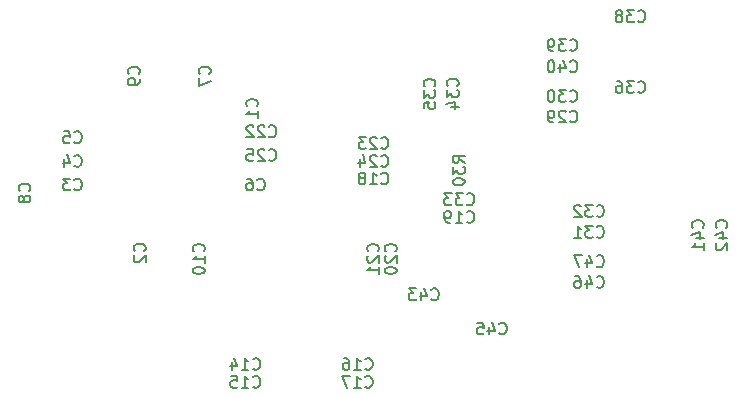
<source format=gbo>
G04 #@! TF.GenerationSoftware,KiCad,Pcbnew,5.0.0-rc3-6a2723a~65~ubuntu18.04.1*
G04 #@! TF.CreationDate,2018-07-21T07:19:33+00:00*
G04 #@! TF.ProjectId,glasgow,676C6173676F772E6B696361645F7063,rev?*
G04 #@! TF.SameCoordinates,Original*
G04 #@! TF.FileFunction,Legend,Bot*
G04 #@! TF.FilePolarity,Positive*
%FSLAX46Y46*%
G04 Gerber Fmt 4.6, Leading zero omitted, Abs format (unit mm)*
G04 Created by KiCad (PCBNEW 5.0.0-rc3-6a2723a~65~ubuntu18.04.1) date Sat Jul 21 07:19:33 2018*
%MOMM*%
%LPD*%
G01*
G04 APERTURE LIST*
%ADD10C,0.150000*%
G04 APERTURE END LIST*
G04 #@! TO.C,C8*
D10*
X57357142Y-97758333D02*
X57404761Y-97710714D01*
X57452380Y-97567857D01*
X57452380Y-97472619D01*
X57404761Y-97329761D01*
X57309523Y-97234523D01*
X57214285Y-97186904D01*
X57023809Y-97139285D01*
X56880952Y-97139285D01*
X56690476Y-97186904D01*
X56595238Y-97234523D01*
X56500000Y-97329761D01*
X56452380Y-97472619D01*
X56452380Y-97567857D01*
X56500000Y-97710714D01*
X56547619Y-97758333D01*
X56880952Y-98329761D02*
X56833333Y-98234523D01*
X56785714Y-98186904D01*
X56690476Y-98139285D01*
X56642857Y-98139285D01*
X56547619Y-98186904D01*
X56500000Y-98234523D01*
X56452380Y-98329761D01*
X56452380Y-98520238D01*
X56500000Y-98615476D01*
X56547619Y-98663095D01*
X56642857Y-98710714D01*
X56690476Y-98710714D01*
X56785714Y-98663095D01*
X56833333Y-98615476D01*
X56880952Y-98520238D01*
X56880952Y-98329761D01*
X56928571Y-98234523D01*
X56976190Y-98186904D01*
X57071428Y-98139285D01*
X57261904Y-98139285D01*
X57357142Y-98186904D01*
X57404761Y-98234523D01*
X57452380Y-98329761D01*
X57452380Y-98520238D01*
X57404761Y-98615476D01*
X57357142Y-98663095D01*
X57261904Y-98710714D01*
X57071428Y-98710714D01*
X56976190Y-98663095D01*
X56928571Y-98615476D01*
X56880952Y-98520238D01*
G04 #@! TO.C,C30*
X103142857Y-90107142D02*
X103190476Y-90154761D01*
X103333333Y-90202380D01*
X103428571Y-90202380D01*
X103571428Y-90154761D01*
X103666666Y-90059523D01*
X103714285Y-89964285D01*
X103761904Y-89773809D01*
X103761904Y-89630952D01*
X103714285Y-89440476D01*
X103666666Y-89345238D01*
X103571428Y-89250000D01*
X103428571Y-89202380D01*
X103333333Y-89202380D01*
X103190476Y-89250000D01*
X103142857Y-89297619D01*
X102809523Y-89202380D02*
X102190476Y-89202380D01*
X102523809Y-89583333D01*
X102380952Y-89583333D01*
X102285714Y-89630952D01*
X102238095Y-89678571D01*
X102190476Y-89773809D01*
X102190476Y-90011904D01*
X102238095Y-90107142D01*
X102285714Y-90154761D01*
X102380952Y-90202380D01*
X102666666Y-90202380D01*
X102761904Y-90154761D01*
X102809523Y-90107142D01*
X101571428Y-89202380D02*
X101476190Y-89202380D01*
X101380952Y-89250000D01*
X101333333Y-89297619D01*
X101285714Y-89392857D01*
X101238095Y-89583333D01*
X101238095Y-89821428D01*
X101285714Y-90011904D01*
X101333333Y-90107142D01*
X101380952Y-90154761D01*
X101476190Y-90202380D01*
X101571428Y-90202380D01*
X101666666Y-90154761D01*
X101714285Y-90107142D01*
X101761904Y-90011904D01*
X101809523Y-89821428D01*
X101809523Y-89583333D01*
X101761904Y-89392857D01*
X101714285Y-89297619D01*
X101666666Y-89250000D01*
X101571428Y-89202380D01*
G04 #@! TO.C,R30*
X94202380Y-95357142D02*
X93726190Y-95023809D01*
X94202380Y-94785714D02*
X93202380Y-94785714D01*
X93202380Y-95166666D01*
X93250000Y-95261904D01*
X93297619Y-95309523D01*
X93392857Y-95357142D01*
X93535714Y-95357142D01*
X93630952Y-95309523D01*
X93678571Y-95261904D01*
X93726190Y-95166666D01*
X93726190Y-94785714D01*
X93202380Y-95690476D02*
X93202380Y-96309523D01*
X93583333Y-95976190D01*
X93583333Y-96119047D01*
X93630952Y-96214285D01*
X93678571Y-96261904D01*
X93773809Y-96309523D01*
X94011904Y-96309523D01*
X94107142Y-96261904D01*
X94154761Y-96214285D01*
X94202380Y-96119047D01*
X94202380Y-95833333D01*
X94154761Y-95738095D01*
X94107142Y-95690476D01*
X93202380Y-96928571D02*
X93202380Y-97023809D01*
X93250000Y-97119047D01*
X93297619Y-97166666D01*
X93392857Y-97214285D01*
X93583333Y-97261904D01*
X93821428Y-97261904D01*
X94011904Y-97214285D01*
X94107142Y-97166666D01*
X94154761Y-97119047D01*
X94202380Y-97023809D01*
X94202380Y-96928571D01*
X94154761Y-96833333D01*
X94107142Y-96785714D01*
X94011904Y-96738095D01*
X93821428Y-96690476D01*
X93583333Y-96690476D01*
X93392857Y-96738095D01*
X93297619Y-96785714D01*
X93250000Y-96833333D01*
X93202380Y-96928571D01*
G04 #@! TO.C,C34*
X93607142Y-88857142D02*
X93654761Y-88809523D01*
X93702380Y-88666666D01*
X93702380Y-88571428D01*
X93654761Y-88428571D01*
X93559523Y-88333333D01*
X93464285Y-88285714D01*
X93273809Y-88238095D01*
X93130952Y-88238095D01*
X92940476Y-88285714D01*
X92845238Y-88333333D01*
X92750000Y-88428571D01*
X92702380Y-88571428D01*
X92702380Y-88666666D01*
X92750000Y-88809523D01*
X92797619Y-88857142D01*
X92702380Y-89190476D02*
X92702380Y-89809523D01*
X93083333Y-89476190D01*
X93083333Y-89619047D01*
X93130952Y-89714285D01*
X93178571Y-89761904D01*
X93273809Y-89809523D01*
X93511904Y-89809523D01*
X93607142Y-89761904D01*
X93654761Y-89714285D01*
X93702380Y-89619047D01*
X93702380Y-89333333D01*
X93654761Y-89238095D01*
X93607142Y-89190476D01*
X93035714Y-90666666D02*
X93702380Y-90666666D01*
X92654761Y-90428571D02*
X93369047Y-90190476D01*
X93369047Y-90809523D01*
G04 #@! TO.C,C35*
X91644268Y-88888144D02*
X91691887Y-88840525D01*
X91739506Y-88697668D01*
X91739506Y-88602430D01*
X91691887Y-88459573D01*
X91596649Y-88364335D01*
X91501411Y-88316716D01*
X91310935Y-88269097D01*
X91168078Y-88269097D01*
X90977602Y-88316716D01*
X90882364Y-88364335D01*
X90787126Y-88459573D01*
X90739506Y-88602430D01*
X90739506Y-88697668D01*
X90787126Y-88840525D01*
X90834745Y-88888144D01*
X90739506Y-89221478D02*
X90739506Y-89840525D01*
X91120459Y-89507192D01*
X91120459Y-89650049D01*
X91168078Y-89745287D01*
X91215697Y-89792906D01*
X91310935Y-89840525D01*
X91549030Y-89840525D01*
X91644268Y-89792906D01*
X91691887Y-89745287D01*
X91739506Y-89650049D01*
X91739506Y-89364335D01*
X91691887Y-89269097D01*
X91644268Y-89221478D01*
X90739506Y-90745287D02*
X90739506Y-90269097D01*
X91215697Y-90221478D01*
X91168078Y-90269097D01*
X91120459Y-90364335D01*
X91120459Y-90602430D01*
X91168078Y-90697668D01*
X91215697Y-90745287D01*
X91310935Y-90792906D01*
X91549030Y-90792906D01*
X91644268Y-90745287D01*
X91691887Y-90697668D01*
X91739506Y-90602430D01*
X91739506Y-90364335D01*
X91691887Y-90269097D01*
X91644268Y-90221478D01*
G04 #@! TO.C,C36*
X108892857Y-89357142D02*
X108940476Y-89404761D01*
X109083333Y-89452380D01*
X109178571Y-89452380D01*
X109321428Y-89404761D01*
X109416666Y-89309523D01*
X109464285Y-89214285D01*
X109511904Y-89023809D01*
X109511904Y-88880952D01*
X109464285Y-88690476D01*
X109416666Y-88595238D01*
X109321428Y-88500000D01*
X109178571Y-88452380D01*
X109083333Y-88452380D01*
X108940476Y-88500000D01*
X108892857Y-88547619D01*
X108559523Y-88452380D02*
X107940476Y-88452380D01*
X108273809Y-88833333D01*
X108130952Y-88833333D01*
X108035714Y-88880952D01*
X107988095Y-88928571D01*
X107940476Y-89023809D01*
X107940476Y-89261904D01*
X107988095Y-89357142D01*
X108035714Y-89404761D01*
X108130952Y-89452380D01*
X108416666Y-89452380D01*
X108511904Y-89404761D01*
X108559523Y-89357142D01*
X107083333Y-88452380D02*
X107273809Y-88452380D01*
X107369047Y-88500000D01*
X107416666Y-88547619D01*
X107511904Y-88690476D01*
X107559523Y-88880952D01*
X107559523Y-89261904D01*
X107511904Y-89357142D01*
X107464285Y-89404761D01*
X107369047Y-89452380D01*
X107178571Y-89452380D01*
X107083333Y-89404761D01*
X107035714Y-89357142D01*
X106988095Y-89261904D01*
X106988095Y-89023809D01*
X107035714Y-88928571D01*
X107083333Y-88880952D01*
X107178571Y-88833333D01*
X107369047Y-88833333D01*
X107464285Y-88880952D01*
X107511904Y-88928571D01*
X107559523Y-89023809D01*
G04 #@! TO.C,C38*
X108892857Y-83357142D02*
X108940476Y-83404761D01*
X109083333Y-83452380D01*
X109178571Y-83452380D01*
X109321428Y-83404761D01*
X109416666Y-83309523D01*
X109464285Y-83214285D01*
X109511904Y-83023809D01*
X109511904Y-82880952D01*
X109464285Y-82690476D01*
X109416666Y-82595238D01*
X109321428Y-82500000D01*
X109178571Y-82452380D01*
X109083333Y-82452380D01*
X108940476Y-82500000D01*
X108892857Y-82547619D01*
X108559523Y-82452380D02*
X107940476Y-82452380D01*
X108273809Y-82833333D01*
X108130952Y-82833333D01*
X108035714Y-82880952D01*
X107988095Y-82928571D01*
X107940476Y-83023809D01*
X107940476Y-83261904D01*
X107988095Y-83357142D01*
X108035714Y-83404761D01*
X108130952Y-83452380D01*
X108416666Y-83452380D01*
X108511904Y-83404761D01*
X108559523Y-83357142D01*
X107369047Y-82880952D02*
X107464285Y-82833333D01*
X107511904Y-82785714D01*
X107559523Y-82690476D01*
X107559523Y-82642857D01*
X107511904Y-82547619D01*
X107464285Y-82500000D01*
X107369047Y-82452380D01*
X107178571Y-82452380D01*
X107083333Y-82500000D01*
X107035714Y-82547619D01*
X106988095Y-82642857D01*
X106988095Y-82690476D01*
X107035714Y-82785714D01*
X107083333Y-82833333D01*
X107178571Y-82880952D01*
X107369047Y-82880952D01*
X107464285Y-82928571D01*
X107511904Y-82976190D01*
X107559523Y-83071428D01*
X107559523Y-83261904D01*
X107511904Y-83357142D01*
X107464285Y-83404761D01*
X107369047Y-83452380D01*
X107178571Y-83452380D01*
X107083333Y-83404761D01*
X107035714Y-83357142D01*
X106988095Y-83261904D01*
X106988095Y-83071428D01*
X107035714Y-82976190D01*
X107083333Y-82928571D01*
X107178571Y-82880952D01*
G04 #@! TO.C,C47*
X105392857Y-104107142D02*
X105440476Y-104154761D01*
X105583333Y-104202380D01*
X105678571Y-104202380D01*
X105821428Y-104154761D01*
X105916666Y-104059523D01*
X105964285Y-103964285D01*
X106011904Y-103773809D01*
X106011904Y-103630952D01*
X105964285Y-103440476D01*
X105916666Y-103345238D01*
X105821428Y-103250000D01*
X105678571Y-103202380D01*
X105583333Y-103202380D01*
X105440476Y-103250000D01*
X105392857Y-103297619D01*
X104535714Y-103535714D02*
X104535714Y-104202380D01*
X104773809Y-103154761D02*
X105011904Y-103869047D01*
X104392857Y-103869047D01*
X104107142Y-103202380D02*
X103440476Y-103202380D01*
X103869047Y-104202380D01*
G04 #@! TO.C,C46*
X105392857Y-105857142D02*
X105440476Y-105904761D01*
X105583333Y-105952380D01*
X105678571Y-105952380D01*
X105821428Y-105904761D01*
X105916666Y-105809523D01*
X105964285Y-105714285D01*
X106011904Y-105523809D01*
X106011904Y-105380952D01*
X105964285Y-105190476D01*
X105916666Y-105095238D01*
X105821428Y-105000000D01*
X105678571Y-104952380D01*
X105583333Y-104952380D01*
X105440476Y-105000000D01*
X105392857Y-105047619D01*
X104535714Y-105285714D02*
X104535714Y-105952380D01*
X104773809Y-104904761D02*
X105011904Y-105619047D01*
X104392857Y-105619047D01*
X103583333Y-104952380D02*
X103773809Y-104952380D01*
X103869047Y-105000000D01*
X103916666Y-105047619D01*
X104011904Y-105190476D01*
X104059523Y-105380952D01*
X104059523Y-105761904D01*
X104011904Y-105857142D01*
X103964285Y-105904761D01*
X103869047Y-105952380D01*
X103678571Y-105952380D01*
X103583333Y-105904761D01*
X103535714Y-105857142D01*
X103488095Y-105761904D01*
X103488095Y-105523809D01*
X103535714Y-105428571D01*
X103583333Y-105380952D01*
X103678571Y-105333333D01*
X103869047Y-105333333D01*
X103964285Y-105380952D01*
X104011904Y-105428571D01*
X104059523Y-105523809D01*
G04 #@! TO.C,C45*
X97142857Y-109807142D02*
X97190476Y-109854761D01*
X97333333Y-109902380D01*
X97428571Y-109902380D01*
X97571428Y-109854761D01*
X97666666Y-109759523D01*
X97714285Y-109664285D01*
X97761904Y-109473809D01*
X97761904Y-109330952D01*
X97714285Y-109140476D01*
X97666666Y-109045238D01*
X97571428Y-108950000D01*
X97428571Y-108902380D01*
X97333333Y-108902380D01*
X97190476Y-108950000D01*
X97142857Y-108997619D01*
X96285714Y-109235714D02*
X96285714Y-109902380D01*
X96523809Y-108854761D02*
X96761904Y-109569047D01*
X96142857Y-109569047D01*
X95285714Y-108902380D02*
X95761904Y-108902380D01*
X95809523Y-109378571D01*
X95761904Y-109330952D01*
X95666666Y-109283333D01*
X95428571Y-109283333D01*
X95333333Y-109330952D01*
X95285714Y-109378571D01*
X95238095Y-109473809D01*
X95238095Y-109711904D01*
X95285714Y-109807142D01*
X95333333Y-109854761D01*
X95428571Y-109902380D01*
X95666666Y-109902380D01*
X95761904Y-109854761D01*
X95809523Y-109807142D01*
G04 #@! TO.C,C43*
X91392857Y-106907142D02*
X91440476Y-106954761D01*
X91583333Y-107002380D01*
X91678571Y-107002380D01*
X91821428Y-106954761D01*
X91916666Y-106859523D01*
X91964285Y-106764285D01*
X92011904Y-106573809D01*
X92011904Y-106430952D01*
X91964285Y-106240476D01*
X91916666Y-106145238D01*
X91821428Y-106050000D01*
X91678571Y-106002380D01*
X91583333Y-106002380D01*
X91440476Y-106050000D01*
X91392857Y-106097619D01*
X90535714Y-106335714D02*
X90535714Y-107002380D01*
X90773809Y-105954761D02*
X91011904Y-106669047D01*
X90392857Y-106669047D01*
X90107142Y-106002380D02*
X89488095Y-106002380D01*
X89821428Y-106383333D01*
X89678571Y-106383333D01*
X89583333Y-106430952D01*
X89535714Y-106478571D01*
X89488095Y-106573809D01*
X89488095Y-106811904D01*
X89535714Y-106907142D01*
X89583333Y-106954761D01*
X89678571Y-107002380D01*
X89964285Y-107002380D01*
X90059523Y-106954761D01*
X90107142Y-106907142D01*
G04 #@! TO.C,C42*
X116357142Y-100857142D02*
X116404761Y-100809523D01*
X116452380Y-100666666D01*
X116452380Y-100571428D01*
X116404761Y-100428571D01*
X116309523Y-100333333D01*
X116214285Y-100285714D01*
X116023809Y-100238095D01*
X115880952Y-100238095D01*
X115690476Y-100285714D01*
X115595238Y-100333333D01*
X115500000Y-100428571D01*
X115452380Y-100571428D01*
X115452380Y-100666666D01*
X115500000Y-100809523D01*
X115547619Y-100857142D01*
X115785714Y-101714285D02*
X116452380Y-101714285D01*
X115404761Y-101476190D02*
X116119047Y-101238095D01*
X116119047Y-101857142D01*
X115547619Y-102190476D02*
X115500000Y-102238095D01*
X115452380Y-102333333D01*
X115452380Y-102571428D01*
X115500000Y-102666666D01*
X115547619Y-102714285D01*
X115642857Y-102761904D01*
X115738095Y-102761904D01*
X115880952Y-102714285D01*
X116452380Y-102142857D01*
X116452380Y-102761904D01*
G04 #@! TO.C,C41*
X114357142Y-100857142D02*
X114404761Y-100809523D01*
X114452380Y-100666666D01*
X114452380Y-100571428D01*
X114404761Y-100428571D01*
X114309523Y-100333333D01*
X114214285Y-100285714D01*
X114023809Y-100238095D01*
X113880952Y-100238095D01*
X113690476Y-100285714D01*
X113595238Y-100333333D01*
X113500000Y-100428571D01*
X113452380Y-100571428D01*
X113452380Y-100666666D01*
X113500000Y-100809523D01*
X113547619Y-100857142D01*
X113785714Y-101714285D02*
X114452380Y-101714285D01*
X113404761Y-101476190D02*
X114119047Y-101238095D01*
X114119047Y-101857142D01*
X114452380Y-102761904D02*
X114452380Y-102190476D01*
X114452380Y-102476190D02*
X113452380Y-102476190D01*
X113595238Y-102380952D01*
X113690476Y-102285714D01*
X113738095Y-102190476D01*
G04 #@! TO.C,C40*
X103142857Y-87607142D02*
X103190476Y-87654761D01*
X103333333Y-87702380D01*
X103428571Y-87702380D01*
X103571428Y-87654761D01*
X103666666Y-87559523D01*
X103714285Y-87464285D01*
X103761904Y-87273809D01*
X103761904Y-87130952D01*
X103714285Y-86940476D01*
X103666666Y-86845238D01*
X103571428Y-86750000D01*
X103428571Y-86702380D01*
X103333333Y-86702380D01*
X103190476Y-86750000D01*
X103142857Y-86797619D01*
X102285714Y-87035714D02*
X102285714Y-87702380D01*
X102523809Y-86654761D02*
X102761904Y-87369047D01*
X102142857Y-87369047D01*
X101571428Y-86702380D02*
X101476190Y-86702380D01*
X101380952Y-86750000D01*
X101333333Y-86797619D01*
X101285714Y-86892857D01*
X101238095Y-87083333D01*
X101238095Y-87321428D01*
X101285714Y-87511904D01*
X101333333Y-87607142D01*
X101380952Y-87654761D01*
X101476190Y-87702380D01*
X101571428Y-87702380D01*
X101666666Y-87654761D01*
X101714285Y-87607142D01*
X101761904Y-87511904D01*
X101809523Y-87321428D01*
X101809523Y-87083333D01*
X101761904Y-86892857D01*
X101714285Y-86797619D01*
X101666666Y-86750000D01*
X101571428Y-86702380D01*
G04 #@! TO.C,C39*
X103142857Y-85807142D02*
X103190476Y-85854761D01*
X103333333Y-85902380D01*
X103428571Y-85902380D01*
X103571428Y-85854761D01*
X103666666Y-85759523D01*
X103714285Y-85664285D01*
X103761904Y-85473809D01*
X103761904Y-85330952D01*
X103714285Y-85140476D01*
X103666666Y-85045238D01*
X103571428Y-84950000D01*
X103428571Y-84902380D01*
X103333333Y-84902380D01*
X103190476Y-84950000D01*
X103142857Y-84997619D01*
X102809523Y-84902380D02*
X102190476Y-84902380D01*
X102523809Y-85283333D01*
X102380952Y-85283333D01*
X102285714Y-85330952D01*
X102238095Y-85378571D01*
X102190476Y-85473809D01*
X102190476Y-85711904D01*
X102238095Y-85807142D01*
X102285714Y-85854761D01*
X102380952Y-85902380D01*
X102666666Y-85902380D01*
X102761904Y-85854761D01*
X102809523Y-85807142D01*
X101714285Y-85902380D02*
X101523809Y-85902380D01*
X101428571Y-85854761D01*
X101380952Y-85807142D01*
X101285714Y-85664285D01*
X101238095Y-85473809D01*
X101238095Y-85092857D01*
X101285714Y-84997619D01*
X101333333Y-84950000D01*
X101428571Y-84902380D01*
X101619047Y-84902380D01*
X101714285Y-84950000D01*
X101761904Y-84997619D01*
X101809523Y-85092857D01*
X101809523Y-85330952D01*
X101761904Y-85426190D01*
X101714285Y-85473809D01*
X101619047Y-85521428D01*
X101428571Y-85521428D01*
X101333333Y-85473809D01*
X101285714Y-85426190D01*
X101238095Y-85330952D01*
G04 #@! TO.C,C33*
X94392857Y-98857142D02*
X94440476Y-98904761D01*
X94583333Y-98952380D01*
X94678571Y-98952380D01*
X94821428Y-98904761D01*
X94916666Y-98809523D01*
X94964285Y-98714285D01*
X95011904Y-98523809D01*
X95011904Y-98380952D01*
X94964285Y-98190476D01*
X94916666Y-98095238D01*
X94821428Y-98000000D01*
X94678571Y-97952380D01*
X94583333Y-97952380D01*
X94440476Y-98000000D01*
X94392857Y-98047619D01*
X94059523Y-97952380D02*
X93440476Y-97952380D01*
X93773809Y-98333333D01*
X93630952Y-98333333D01*
X93535714Y-98380952D01*
X93488095Y-98428571D01*
X93440476Y-98523809D01*
X93440476Y-98761904D01*
X93488095Y-98857142D01*
X93535714Y-98904761D01*
X93630952Y-98952380D01*
X93916666Y-98952380D01*
X94011904Y-98904761D01*
X94059523Y-98857142D01*
X93107142Y-97952380D02*
X92488095Y-97952380D01*
X92821428Y-98333333D01*
X92678571Y-98333333D01*
X92583333Y-98380952D01*
X92535714Y-98428571D01*
X92488095Y-98523809D01*
X92488095Y-98761904D01*
X92535714Y-98857142D01*
X92583333Y-98904761D01*
X92678571Y-98952380D01*
X92964285Y-98952380D01*
X93059523Y-98904761D01*
X93107142Y-98857142D01*
G04 #@! TO.C,C31*
X105392857Y-101607142D02*
X105440476Y-101654761D01*
X105583333Y-101702380D01*
X105678571Y-101702380D01*
X105821428Y-101654761D01*
X105916666Y-101559523D01*
X105964285Y-101464285D01*
X106011904Y-101273809D01*
X106011904Y-101130952D01*
X105964285Y-100940476D01*
X105916666Y-100845238D01*
X105821428Y-100750000D01*
X105678571Y-100702380D01*
X105583333Y-100702380D01*
X105440476Y-100750000D01*
X105392857Y-100797619D01*
X105059523Y-100702380D02*
X104440476Y-100702380D01*
X104773809Y-101083333D01*
X104630952Y-101083333D01*
X104535714Y-101130952D01*
X104488095Y-101178571D01*
X104440476Y-101273809D01*
X104440476Y-101511904D01*
X104488095Y-101607142D01*
X104535714Y-101654761D01*
X104630952Y-101702380D01*
X104916666Y-101702380D01*
X105011904Y-101654761D01*
X105059523Y-101607142D01*
X103488095Y-101702380D02*
X104059523Y-101702380D01*
X103773809Y-101702380D02*
X103773809Y-100702380D01*
X103869047Y-100845238D01*
X103964285Y-100940476D01*
X104059523Y-100988095D01*
G04 #@! TO.C,C32*
X105392857Y-99857142D02*
X105440476Y-99904761D01*
X105583333Y-99952380D01*
X105678571Y-99952380D01*
X105821428Y-99904761D01*
X105916666Y-99809523D01*
X105964285Y-99714285D01*
X106011904Y-99523809D01*
X106011904Y-99380952D01*
X105964285Y-99190476D01*
X105916666Y-99095238D01*
X105821428Y-99000000D01*
X105678571Y-98952380D01*
X105583333Y-98952380D01*
X105440476Y-99000000D01*
X105392857Y-99047619D01*
X105059523Y-98952380D02*
X104440476Y-98952380D01*
X104773809Y-99333333D01*
X104630952Y-99333333D01*
X104535714Y-99380952D01*
X104488095Y-99428571D01*
X104440476Y-99523809D01*
X104440476Y-99761904D01*
X104488095Y-99857142D01*
X104535714Y-99904761D01*
X104630952Y-99952380D01*
X104916666Y-99952380D01*
X105011904Y-99904761D01*
X105059523Y-99857142D01*
X104059523Y-99047619D02*
X104011904Y-99000000D01*
X103916666Y-98952380D01*
X103678571Y-98952380D01*
X103583333Y-99000000D01*
X103535714Y-99047619D01*
X103488095Y-99142857D01*
X103488095Y-99238095D01*
X103535714Y-99380952D01*
X104107142Y-99952380D01*
X103488095Y-99952380D01*
G04 #@! TO.C,C29*
X103142857Y-91857142D02*
X103190476Y-91904761D01*
X103333333Y-91952380D01*
X103428571Y-91952380D01*
X103571428Y-91904761D01*
X103666666Y-91809523D01*
X103714285Y-91714285D01*
X103761904Y-91523809D01*
X103761904Y-91380952D01*
X103714285Y-91190476D01*
X103666666Y-91095238D01*
X103571428Y-91000000D01*
X103428571Y-90952380D01*
X103333333Y-90952380D01*
X103190476Y-91000000D01*
X103142857Y-91047619D01*
X102761904Y-91047619D02*
X102714285Y-91000000D01*
X102619047Y-90952380D01*
X102380952Y-90952380D01*
X102285714Y-91000000D01*
X102238095Y-91047619D01*
X102190476Y-91142857D01*
X102190476Y-91238095D01*
X102238095Y-91380952D01*
X102809523Y-91952380D01*
X102190476Y-91952380D01*
X101714285Y-91952380D02*
X101523809Y-91952380D01*
X101428571Y-91904761D01*
X101380952Y-91857142D01*
X101285714Y-91714285D01*
X101238095Y-91523809D01*
X101238095Y-91142857D01*
X101285714Y-91047619D01*
X101333333Y-91000000D01*
X101428571Y-90952380D01*
X101619047Y-90952380D01*
X101714285Y-91000000D01*
X101761904Y-91047619D01*
X101809523Y-91142857D01*
X101809523Y-91380952D01*
X101761904Y-91476190D01*
X101714285Y-91523809D01*
X101619047Y-91571428D01*
X101428571Y-91571428D01*
X101333333Y-91523809D01*
X101285714Y-91476190D01*
X101238095Y-91380952D01*
G04 #@! TO.C,C22*
X77642857Y-93107142D02*
X77690476Y-93154761D01*
X77833333Y-93202380D01*
X77928571Y-93202380D01*
X78071428Y-93154761D01*
X78166666Y-93059523D01*
X78214285Y-92964285D01*
X78261904Y-92773809D01*
X78261904Y-92630952D01*
X78214285Y-92440476D01*
X78166666Y-92345238D01*
X78071428Y-92250000D01*
X77928571Y-92202380D01*
X77833333Y-92202380D01*
X77690476Y-92250000D01*
X77642857Y-92297619D01*
X77261904Y-92297619D02*
X77214285Y-92250000D01*
X77119047Y-92202380D01*
X76880952Y-92202380D01*
X76785714Y-92250000D01*
X76738095Y-92297619D01*
X76690476Y-92392857D01*
X76690476Y-92488095D01*
X76738095Y-92630952D01*
X77309523Y-93202380D01*
X76690476Y-93202380D01*
X76309523Y-92297619D02*
X76261904Y-92250000D01*
X76166666Y-92202380D01*
X75928571Y-92202380D01*
X75833333Y-92250000D01*
X75785714Y-92297619D01*
X75738095Y-92392857D01*
X75738095Y-92488095D01*
X75785714Y-92630952D01*
X76357142Y-93202380D01*
X75738095Y-93202380D01*
G04 #@! TO.C,C25*
X77642857Y-95107142D02*
X77690476Y-95154761D01*
X77833333Y-95202380D01*
X77928571Y-95202380D01*
X78071428Y-95154761D01*
X78166666Y-95059523D01*
X78214285Y-94964285D01*
X78261904Y-94773809D01*
X78261904Y-94630952D01*
X78214285Y-94440476D01*
X78166666Y-94345238D01*
X78071428Y-94250000D01*
X77928571Y-94202380D01*
X77833333Y-94202380D01*
X77690476Y-94250000D01*
X77642857Y-94297619D01*
X77261904Y-94297619D02*
X77214285Y-94250000D01*
X77119047Y-94202380D01*
X76880952Y-94202380D01*
X76785714Y-94250000D01*
X76738095Y-94297619D01*
X76690476Y-94392857D01*
X76690476Y-94488095D01*
X76738095Y-94630952D01*
X77309523Y-95202380D01*
X76690476Y-95202380D01*
X75785714Y-94202380D02*
X76261904Y-94202380D01*
X76309523Y-94678571D01*
X76261904Y-94630952D01*
X76166666Y-94583333D01*
X75928571Y-94583333D01*
X75833333Y-94630952D01*
X75785714Y-94678571D01*
X75738095Y-94773809D01*
X75738095Y-95011904D01*
X75785714Y-95107142D01*
X75833333Y-95154761D01*
X75928571Y-95202380D01*
X76166666Y-95202380D01*
X76261904Y-95154761D01*
X76309523Y-95107142D01*
G04 #@! TO.C,C24*
X87142857Y-95607142D02*
X87190476Y-95654761D01*
X87333333Y-95702380D01*
X87428571Y-95702380D01*
X87571428Y-95654761D01*
X87666666Y-95559523D01*
X87714285Y-95464285D01*
X87761904Y-95273809D01*
X87761904Y-95130952D01*
X87714285Y-94940476D01*
X87666666Y-94845238D01*
X87571428Y-94750000D01*
X87428571Y-94702380D01*
X87333333Y-94702380D01*
X87190476Y-94750000D01*
X87142857Y-94797619D01*
X86761904Y-94797619D02*
X86714285Y-94750000D01*
X86619047Y-94702380D01*
X86380952Y-94702380D01*
X86285714Y-94750000D01*
X86238095Y-94797619D01*
X86190476Y-94892857D01*
X86190476Y-94988095D01*
X86238095Y-95130952D01*
X86809523Y-95702380D01*
X86190476Y-95702380D01*
X85333333Y-95035714D02*
X85333333Y-95702380D01*
X85571428Y-94654761D02*
X85809523Y-95369047D01*
X85190476Y-95369047D01*
G04 #@! TO.C,C23*
X87142857Y-94107142D02*
X87190476Y-94154761D01*
X87333333Y-94202380D01*
X87428571Y-94202380D01*
X87571428Y-94154761D01*
X87666666Y-94059523D01*
X87714285Y-93964285D01*
X87761904Y-93773809D01*
X87761904Y-93630952D01*
X87714285Y-93440476D01*
X87666666Y-93345238D01*
X87571428Y-93250000D01*
X87428571Y-93202380D01*
X87333333Y-93202380D01*
X87190476Y-93250000D01*
X87142857Y-93297619D01*
X86761904Y-93297619D02*
X86714285Y-93250000D01*
X86619047Y-93202380D01*
X86380952Y-93202380D01*
X86285714Y-93250000D01*
X86238095Y-93297619D01*
X86190476Y-93392857D01*
X86190476Y-93488095D01*
X86238095Y-93630952D01*
X86809523Y-94202380D01*
X86190476Y-94202380D01*
X85857142Y-93202380D02*
X85238095Y-93202380D01*
X85571428Y-93583333D01*
X85428571Y-93583333D01*
X85333333Y-93630952D01*
X85285714Y-93678571D01*
X85238095Y-93773809D01*
X85238095Y-94011904D01*
X85285714Y-94107142D01*
X85333333Y-94154761D01*
X85428571Y-94202380D01*
X85714285Y-94202380D01*
X85809523Y-94154761D01*
X85857142Y-94107142D01*
G04 #@! TO.C,C19*
X94392857Y-100357142D02*
X94440476Y-100404761D01*
X94583333Y-100452380D01*
X94678571Y-100452380D01*
X94821428Y-100404761D01*
X94916666Y-100309523D01*
X94964285Y-100214285D01*
X95011904Y-100023809D01*
X95011904Y-99880952D01*
X94964285Y-99690476D01*
X94916666Y-99595238D01*
X94821428Y-99500000D01*
X94678571Y-99452380D01*
X94583333Y-99452380D01*
X94440476Y-99500000D01*
X94392857Y-99547619D01*
X93440476Y-100452380D02*
X94011904Y-100452380D01*
X93726190Y-100452380D02*
X93726190Y-99452380D01*
X93821428Y-99595238D01*
X93916666Y-99690476D01*
X94011904Y-99738095D01*
X92964285Y-100452380D02*
X92773809Y-100452380D01*
X92678571Y-100404761D01*
X92630952Y-100357142D01*
X92535714Y-100214285D01*
X92488095Y-100023809D01*
X92488095Y-99642857D01*
X92535714Y-99547619D01*
X92583333Y-99500000D01*
X92678571Y-99452380D01*
X92869047Y-99452380D01*
X92964285Y-99500000D01*
X93011904Y-99547619D01*
X93059523Y-99642857D01*
X93059523Y-99880952D01*
X93011904Y-99976190D01*
X92964285Y-100023809D01*
X92869047Y-100071428D01*
X92678571Y-100071428D01*
X92583333Y-100023809D01*
X92535714Y-99976190D01*
X92488095Y-99880952D01*
G04 #@! TO.C,C20*
X88357142Y-102857142D02*
X88404761Y-102809523D01*
X88452380Y-102666666D01*
X88452380Y-102571428D01*
X88404761Y-102428571D01*
X88309523Y-102333333D01*
X88214285Y-102285714D01*
X88023809Y-102238095D01*
X87880952Y-102238095D01*
X87690476Y-102285714D01*
X87595238Y-102333333D01*
X87500000Y-102428571D01*
X87452380Y-102571428D01*
X87452380Y-102666666D01*
X87500000Y-102809523D01*
X87547619Y-102857142D01*
X87547619Y-103238095D02*
X87500000Y-103285714D01*
X87452380Y-103380952D01*
X87452380Y-103619047D01*
X87500000Y-103714285D01*
X87547619Y-103761904D01*
X87642857Y-103809523D01*
X87738095Y-103809523D01*
X87880952Y-103761904D01*
X88452380Y-103190476D01*
X88452380Y-103809523D01*
X87452380Y-104428571D02*
X87452380Y-104523809D01*
X87500000Y-104619047D01*
X87547619Y-104666666D01*
X87642857Y-104714285D01*
X87833333Y-104761904D01*
X88071428Y-104761904D01*
X88261904Y-104714285D01*
X88357142Y-104666666D01*
X88404761Y-104619047D01*
X88452380Y-104523809D01*
X88452380Y-104428571D01*
X88404761Y-104333333D01*
X88357142Y-104285714D01*
X88261904Y-104238095D01*
X88071428Y-104190476D01*
X87833333Y-104190476D01*
X87642857Y-104238095D01*
X87547619Y-104285714D01*
X87500000Y-104333333D01*
X87452380Y-104428571D01*
G04 #@! TO.C,C21*
X86857142Y-102857142D02*
X86904761Y-102809523D01*
X86952380Y-102666666D01*
X86952380Y-102571428D01*
X86904761Y-102428571D01*
X86809523Y-102333333D01*
X86714285Y-102285714D01*
X86523809Y-102238095D01*
X86380952Y-102238095D01*
X86190476Y-102285714D01*
X86095238Y-102333333D01*
X86000000Y-102428571D01*
X85952380Y-102571428D01*
X85952380Y-102666666D01*
X86000000Y-102809523D01*
X86047619Y-102857142D01*
X86047619Y-103238095D02*
X86000000Y-103285714D01*
X85952380Y-103380952D01*
X85952380Y-103619047D01*
X86000000Y-103714285D01*
X86047619Y-103761904D01*
X86142857Y-103809523D01*
X86238095Y-103809523D01*
X86380952Y-103761904D01*
X86952380Y-103190476D01*
X86952380Y-103809523D01*
X86952380Y-104761904D02*
X86952380Y-104190476D01*
X86952380Y-104476190D02*
X85952380Y-104476190D01*
X86095238Y-104380952D01*
X86190476Y-104285714D01*
X86238095Y-104190476D01*
G04 #@! TO.C,C16*
X85792857Y-112807142D02*
X85840476Y-112854761D01*
X85983333Y-112902380D01*
X86078571Y-112902380D01*
X86221428Y-112854761D01*
X86316666Y-112759523D01*
X86364285Y-112664285D01*
X86411904Y-112473809D01*
X86411904Y-112330952D01*
X86364285Y-112140476D01*
X86316666Y-112045238D01*
X86221428Y-111950000D01*
X86078571Y-111902380D01*
X85983333Y-111902380D01*
X85840476Y-111950000D01*
X85792857Y-111997619D01*
X84840476Y-112902380D02*
X85411904Y-112902380D01*
X85126190Y-112902380D02*
X85126190Y-111902380D01*
X85221428Y-112045238D01*
X85316666Y-112140476D01*
X85411904Y-112188095D01*
X83983333Y-111902380D02*
X84173809Y-111902380D01*
X84269047Y-111950000D01*
X84316666Y-111997619D01*
X84411904Y-112140476D01*
X84459523Y-112330952D01*
X84459523Y-112711904D01*
X84411904Y-112807142D01*
X84364285Y-112854761D01*
X84269047Y-112902380D01*
X84078571Y-112902380D01*
X83983333Y-112854761D01*
X83935714Y-112807142D01*
X83888095Y-112711904D01*
X83888095Y-112473809D01*
X83935714Y-112378571D01*
X83983333Y-112330952D01*
X84078571Y-112283333D01*
X84269047Y-112283333D01*
X84364285Y-112330952D01*
X84411904Y-112378571D01*
X84459523Y-112473809D01*
G04 #@! TO.C,C18*
X87142857Y-97107142D02*
X87190476Y-97154761D01*
X87333333Y-97202380D01*
X87428571Y-97202380D01*
X87571428Y-97154761D01*
X87666666Y-97059523D01*
X87714285Y-96964285D01*
X87761904Y-96773809D01*
X87761904Y-96630952D01*
X87714285Y-96440476D01*
X87666666Y-96345238D01*
X87571428Y-96250000D01*
X87428571Y-96202380D01*
X87333333Y-96202380D01*
X87190476Y-96250000D01*
X87142857Y-96297619D01*
X86190476Y-97202380D02*
X86761904Y-97202380D01*
X86476190Y-97202380D02*
X86476190Y-96202380D01*
X86571428Y-96345238D01*
X86666666Y-96440476D01*
X86761904Y-96488095D01*
X85619047Y-96630952D02*
X85714285Y-96583333D01*
X85761904Y-96535714D01*
X85809523Y-96440476D01*
X85809523Y-96392857D01*
X85761904Y-96297619D01*
X85714285Y-96250000D01*
X85619047Y-96202380D01*
X85428571Y-96202380D01*
X85333333Y-96250000D01*
X85285714Y-96297619D01*
X85238095Y-96392857D01*
X85238095Y-96440476D01*
X85285714Y-96535714D01*
X85333333Y-96583333D01*
X85428571Y-96630952D01*
X85619047Y-96630952D01*
X85714285Y-96678571D01*
X85761904Y-96726190D01*
X85809523Y-96821428D01*
X85809523Y-97011904D01*
X85761904Y-97107142D01*
X85714285Y-97154761D01*
X85619047Y-97202380D01*
X85428571Y-97202380D01*
X85333333Y-97154761D01*
X85285714Y-97107142D01*
X85238095Y-97011904D01*
X85238095Y-96821428D01*
X85285714Y-96726190D01*
X85333333Y-96678571D01*
X85428571Y-96630952D01*
G04 #@! TO.C,C17*
X85792857Y-114307142D02*
X85840476Y-114354761D01*
X85983333Y-114402380D01*
X86078571Y-114402380D01*
X86221428Y-114354761D01*
X86316666Y-114259523D01*
X86364285Y-114164285D01*
X86411904Y-113973809D01*
X86411904Y-113830952D01*
X86364285Y-113640476D01*
X86316666Y-113545238D01*
X86221428Y-113450000D01*
X86078571Y-113402380D01*
X85983333Y-113402380D01*
X85840476Y-113450000D01*
X85792857Y-113497619D01*
X84840476Y-114402380D02*
X85411904Y-114402380D01*
X85126190Y-114402380D02*
X85126190Y-113402380D01*
X85221428Y-113545238D01*
X85316666Y-113640476D01*
X85411904Y-113688095D01*
X84507142Y-113402380D02*
X83840476Y-113402380D01*
X84269047Y-114402380D01*
G04 #@! TO.C,C1*
X76607142Y-90583333D02*
X76654761Y-90535714D01*
X76702380Y-90392857D01*
X76702380Y-90297619D01*
X76654761Y-90154761D01*
X76559523Y-90059523D01*
X76464285Y-90011904D01*
X76273809Y-89964285D01*
X76130952Y-89964285D01*
X75940476Y-90011904D01*
X75845238Y-90059523D01*
X75750000Y-90154761D01*
X75702380Y-90297619D01*
X75702380Y-90392857D01*
X75750000Y-90535714D01*
X75797619Y-90583333D01*
X76702380Y-91535714D02*
X76702380Y-90964285D01*
X76702380Y-91250000D02*
X75702380Y-91250000D01*
X75845238Y-91154761D01*
X75940476Y-91059523D01*
X75988095Y-90964285D01*
G04 #@! TO.C,C15*
X76292857Y-114307142D02*
X76340476Y-114354761D01*
X76483333Y-114402380D01*
X76578571Y-114402380D01*
X76721428Y-114354761D01*
X76816666Y-114259523D01*
X76864285Y-114164285D01*
X76911904Y-113973809D01*
X76911904Y-113830952D01*
X76864285Y-113640476D01*
X76816666Y-113545238D01*
X76721428Y-113450000D01*
X76578571Y-113402380D01*
X76483333Y-113402380D01*
X76340476Y-113450000D01*
X76292857Y-113497619D01*
X75340476Y-114402380D02*
X75911904Y-114402380D01*
X75626190Y-114402380D02*
X75626190Y-113402380D01*
X75721428Y-113545238D01*
X75816666Y-113640476D01*
X75911904Y-113688095D01*
X74435714Y-113402380D02*
X74911904Y-113402380D01*
X74959523Y-113878571D01*
X74911904Y-113830952D01*
X74816666Y-113783333D01*
X74578571Y-113783333D01*
X74483333Y-113830952D01*
X74435714Y-113878571D01*
X74388095Y-113973809D01*
X74388095Y-114211904D01*
X74435714Y-114307142D01*
X74483333Y-114354761D01*
X74578571Y-114402380D01*
X74816666Y-114402380D01*
X74911904Y-114354761D01*
X74959523Y-114307142D01*
G04 #@! TO.C,C14*
X76292857Y-112807142D02*
X76340476Y-112854761D01*
X76483333Y-112902380D01*
X76578571Y-112902380D01*
X76721428Y-112854761D01*
X76816666Y-112759523D01*
X76864285Y-112664285D01*
X76911904Y-112473809D01*
X76911904Y-112330952D01*
X76864285Y-112140476D01*
X76816666Y-112045238D01*
X76721428Y-111950000D01*
X76578571Y-111902380D01*
X76483333Y-111902380D01*
X76340476Y-111950000D01*
X76292857Y-111997619D01*
X75340476Y-112902380D02*
X75911904Y-112902380D01*
X75626190Y-112902380D02*
X75626190Y-111902380D01*
X75721428Y-112045238D01*
X75816666Y-112140476D01*
X75911904Y-112188095D01*
X74483333Y-112235714D02*
X74483333Y-112902380D01*
X74721428Y-111854761D02*
X74959523Y-112569047D01*
X74340476Y-112569047D01*
G04 #@! TO.C,C10*
X72107142Y-102857142D02*
X72154761Y-102809523D01*
X72202380Y-102666666D01*
X72202380Y-102571428D01*
X72154761Y-102428571D01*
X72059523Y-102333333D01*
X71964285Y-102285714D01*
X71773809Y-102238095D01*
X71630952Y-102238095D01*
X71440476Y-102285714D01*
X71345238Y-102333333D01*
X71250000Y-102428571D01*
X71202380Y-102571428D01*
X71202380Y-102666666D01*
X71250000Y-102809523D01*
X71297619Y-102857142D01*
X72202380Y-103809523D02*
X72202380Y-103238095D01*
X72202380Y-103523809D02*
X71202380Y-103523809D01*
X71345238Y-103428571D01*
X71440476Y-103333333D01*
X71488095Y-103238095D01*
X71202380Y-104428571D02*
X71202380Y-104523809D01*
X71250000Y-104619047D01*
X71297619Y-104666666D01*
X71392857Y-104714285D01*
X71583333Y-104761904D01*
X71821428Y-104761904D01*
X72011904Y-104714285D01*
X72107142Y-104666666D01*
X72154761Y-104619047D01*
X72202380Y-104523809D01*
X72202380Y-104428571D01*
X72154761Y-104333333D01*
X72107142Y-104285714D01*
X72011904Y-104238095D01*
X71821428Y-104190476D01*
X71583333Y-104190476D01*
X71392857Y-104238095D01*
X71297619Y-104285714D01*
X71250000Y-104333333D01*
X71202380Y-104428571D01*
G04 #@! TO.C,C9*
X66607142Y-87833333D02*
X66654761Y-87785714D01*
X66702380Y-87642857D01*
X66702380Y-87547619D01*
X66654761Y-87404761D01*
X66559523Y-87309523D01*
X66464285Y-87261904D01*
X66273809Y-87214285D01*
X66130952Y-87214285D01*
X65940476Y-87261904D01*
X65845238Y-87309523D01*
X65750000Y-87404761D01*
X65702380Y-87547619D01*
X65702380Y-87642857D01*
X65750000Y-87785714D01*
X65797619Y-87833333D01*
X66702380Y-88309523D02*
X66702380Y-88500000D01*
X66654761Y-88595238D01*
X66607142Y-88642857D01*
X66464285Y-88738095D01*
X66273809Y-88785714D01*
X65892857Y-88785714D01*
X65797619Y-88738095D01*
X65750000Y-88690476D01*
X65702380Y-88595238D01*
X65702380Y-88404761D01*
X65750000Y-88309523D01*
X65797619Y-88261904D01*
X65892857Y-88214285D01*
X66130952Y-88214285D01*
X66226190Y-88261904D01*
X66273809Y-88309523D01*
X66321428Y-88404761D01*
X66321428Y-88595238D01*
X66273809Y-88690476D01*
X66226190Y-88738095D01*
X66130952Y-88785714D01*
G04 #@! TO.C,C7*
X72607142Y-87833333D02*
X72654761Y-87785714D01*
X72702380Y-87642857D01*
X72702380Y-87547619D01*
X72654761Y-87404761D01*
X72559523Y-87309523D01*
X72464285Y-87261904D01*
X72273809Y-87214285D01*
X72130952Y-87214285D01*
X71940476Y-87261904D01*
X71845238Y-87309523D01*
X71750000Y-87404761D01*
X71702380Y-87547619D01*
X71702380Y-87642857D01*
X71750000Y-87785714D01*
X71797619Y-87833333D01*
X71702380Y-88166666D02*
X71702380Y-88833333D01*
X72702380Y-88404761D01*
G04 #@! TO.C,C6*
X76666666Y-97607142D02*
X76714285Y-97654761D01*
X76857142Y-97702380D01*
X76952380Y-97702380D01*
X77095238Y-97654761D01*
X77190476Y-97559523D01*
X77238095Y-97464285D01*
X77285714Y-97273809D01*
X77285714Y-97130952D01*
X77238095Y-96940476D01*
X77190476Y-96845238D01*
X77095238Y-96750000D01*
X76952380Y-96702380D01*
X76857142Y-96702380D01*
X76714285Y-96750000D01*
X76666666Y-96797619D01*
X75809523Y-96702380D02*
X76000000Y-96702380D01*
X76095238Y-96750000D01*
X76142857Y-96797619D01*
X76238095Y-96940476D01*
X76285714Y-97130952D01*
X76285714Y-97511904D01*
X76238095Y-97607142D01*
X76190476Y-97654761D01*
X76095238Y-97702380D01*
X75904761Y-97702380D01*
X75809523Y-97654761D01*
X75761904Y-97607142D01*
X75714285Y-97511904D01*
X75714285Y-97273809D01*
X75761904Y-97178571D01*
X75809523Y-97130952D01*
X75904761Y-97083333D01*
X76095238Y-97083333D01*
X76190476Y-97130952D01*
X76238095Y-97178571D01*
X76285714Y-97273809D01*
G04 #@! TO.C,C5*
X61166666Y-93607142D02*
X61214285Y-93654761D01*
X61357142Y-93702380D01*
X61452380Y-93702380D01*
X61595238Y-93654761D01*
X61690476Y-93559523D01*
X61738095Y-93464285D01*
X61785714Y-93273809D01*
X61785714Y-93130952D01*
X61738095Y-92940476D01*
X61690476Y-92845238D01*
X61595238Y-92750000D01*
X61452380Y-92702380D01*
X61357142Y-92702380D01*
X61214285Y-92750000D01*
X61166666Y-92797619D01*
X60261904Y-92702380D02*
X60738095Y-92702380D01*
X60785714Y-93178571D01*
X60738095Y-93130952D01*
X60642857Y-93083333D01*
X60404761Y-93083333D01*
X60309523Y-93130952D01*
X60261904Y-93178571D01*
X60214285Y-93273809D01*
X60214285Y-93511904D01*
X60261904Y-93607142D01*
X60309523Y-93654761D01*
X60404761Y-93702380D01*
X60642857Y-93702380D01*
X60738095Y-93654761D01*
X60785714Y-93607142D01*
G04 #@! TO.C,C4*
X61166666Y-95607142D02*
X61214285Y-95654761D01*
X61357142Y-95702380D01*
X61452380Y-95702380D01*
X61595238Y-95654761D01*
X61690476Y-95559523D01*
X61738095Y-95464285D01*
X61785714Y-95273809D01*
X61785714Y-95130952D01*
X61738095Y-94940476D01*
X61690476Y-94845238D01*
X61595238Y-94750000D01*
X61452380Y-94702380D01*
X61357142Y-94702380D01*
X61214285Y-94750000D01*
X61166666Y-94797619D01*
X60309523Y-95035714D02*
X60309523Y-95702380D01*
X60547619Y-94654761D02*
X60785714Y-95369047D01*
X60166666Y-95369047D01*
G04 #@! TO.C,C3*
X61166666Y-97607142D02*
X61214285Y-97654761D01*
X61357142Y-97702380D01*
X61452380Y-97702380D01*
X61595238Y-97654761D01*
X61690476Y-97559523D01*
X61738095Y-97464285D01*
X61785714Y-97273809D01*
X61785714Y-97130952D01*
X61738095Y-96940476D01*
X61690476Y-96845238D01*
X61595238Y-96750000D01*
X61452380Y-96702380D01*
X61357142Y-96702380D01*
X61214285Y-96750000D01*
X61166666Y-96797619D01*
X60833333Y-96702380D02*
X60214285Y-96702380D01*
X60547619Y-97083333D01*
X60404761Y-97083333D01*
X60309523Y-97130952D01*
X60261904Y-97178571D01*
X60214285Y-97273809D01*
X60214285Y-97511904D01*
X60261904Y-97607142D01*
X60309523Y-97654761D01*
X60404761Y-97702380D01*
X60690476Y-97702380D01*
X60785714Y-97654761D01*
X60833333Y-97607142D01*
G04 #@! TO.C,C2*
X67107142Y-102833333D02*
X67154761Y-102785714D01*
X67202380Y-102642857D01*
X67202380Y-102547619D01*
X67154761Y-102404761D01*
X67059523Y-102309523D01*
X66964285Y-102261904D01*
X66773809Y-102214285D01*
X66630952Y-102214285D01*
X66440476Y-102261904D01*
X66345238Y-102309523D01*
X66250000Y-102404761D01*
X66202380Y-102547619D01*
X66202380Y-102642857D01*
X66250000Y-102785714D01*
X66297619Y-102833333D01*
X66297619Y-103214285D02*
X66250000Y-103261904D01*
X66202380Y-103357142D01*
X66202380Y-103595238D01*
X66250000Y-103690476D01*
X66297619Y-103738095D01*
X66392857Y-103785714D01*
X66488095Y-103785714D01*
X66630952Y-103738095D01*
X67202380Y-103166666D01*
X67202380Y-103785714D01*
G04 #@! TD*
M02*

</source>
